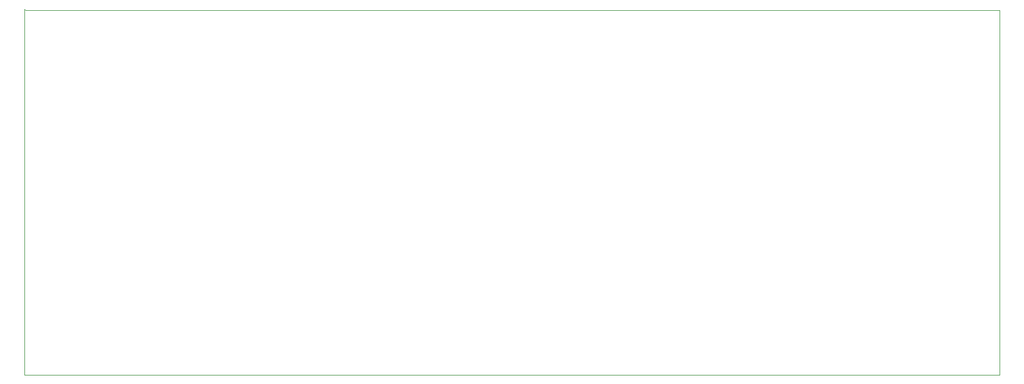
<source format=gbr>
G04*
G04 #@! TF.GenerationSoftware,Altium Limited,Altium Designer,23.3.1 (30)*
G04*
G04 Layer_Color=0*
%FSLAX44Y44*%
%MOMM*%
G71*
G04*
G04 #@! TF.SameCoordinates,EAF1F0D8-16AB-4789-B3CC-ED1B898C5CC7*
G04*
G04*
G04 #@! TF.FilePolarity,Positive*
G04*
G01*
G75*
%ADD86C,0.0254*%
D86*
X285750Y817880D02*
X287020Y816610D01*
X1738630D01*
Y273050D01*
X285750D01*
Y817880D01*
M02*

</source>
